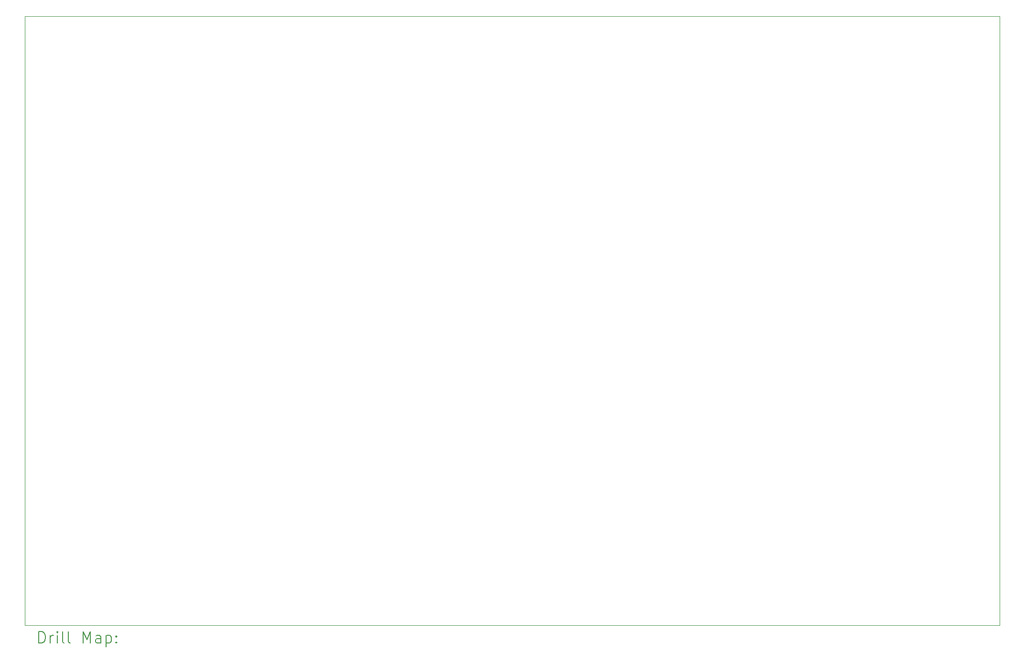
<source format=gbr>
%FSLAX45Y45*%
G04 Gerber Fmt 4.5, Leading zero omitted, Abs format (unit mm)*
G04 Created by KiCad (PCBNEW 6.0.5+dfsg-1~bpo11+1) date 2023-01-27 22:41:18*
%MOMM*%
%LPD*%
G01*
G04 APERTURE LIST*
%TA.AperFunction,Profile*%
%ADD10C,0.100000*%
%TD*%
%ADD11C,0.200000*%
G04 APERTURE END LIST*
D10*
X23482700Y-14808200D02*
X23482700Y-4013200D01*
X23482700Y-4013200D02*
X6210700Y-4013200D01*
X6210700Y-14808200D02*
X23482700Y-14808200D01*
X6210700Y-4013200D02*
X6210700Y-14808200D01*
D11*
X6463319Y-15123676D02*
X6463319Y-14923676D01*
X6510938Y-14923676D01*
X6539509Y-14933200D01*
X6558557Y-14952248D01*
X6568081Y-14971295D01*
X6577605Y-15009390D01*
X6577605Y-15037962D01*
X6568081Y-15076057D01*
X6558557Y-15095105D01*
X6539509Y-15114152D01*
X6510938Y-15123676D01*
X6463319Y-15123676D01*
X6663319Y-15123676D02*
X6663319Y-14990343D01*
X6663319Y-15028438D02*
X6672843Y-15009390D01*
X6682367Y-14999867D01*
X6701414Y-14990343D01*
X6720462Y-14990343D01*
X6787128Y-15123676D02*
X6787128Y-14990343D01*
X6787128Y-14923676D02*
X6777605Y-14933200D01*
X6787128Y-14942724D01*
X6796652Y-14933200D01*
X6787128Y-14923676D01*
X6787128Y-14942724D01*
X6910938Y-15123676D02*
X6891890Y-15114152D01*
X6882367Y-15095105D01*
X6882367Y-14923676D01*
X7015700Y-15123676D02*
X6996652Y-15114152D01*
X6987128Y-15095105D01*
X6987128Y-14923676D01*
X7244271Y-15123676D02*
X7244271Y-14923676D01*
X7310938Y-15066533D01*
X7377605Y-14923676D01*
X7377605Y-15123676D01*
X7558557Y-15123676D02*
X7558557Y-15018914D01*
X7549033Y-14999867D01*
X7529986Y-14990343D01*
X7491890Y-14990343D01*
X7472843Y-14999867D01*
X7558557Y-15114152D02*
X7539509Y-15123676D01*
X7491890Y-15123676D01*
X7472843Y-15114152D01*
X7463319Y-15095105D01*
X7463319Y-15076057D01*
X7472843Y-15057009D01*
X7491890Y-15047486D01*
X7539509Y-15047486D01*
X7558557Y-15037962D01*
X7653795Y-14990343D02*
X7653795Y-15190343D01*
X7653795Y-14999867D02*
X7672843Y-14990343D01*
X7710938Y-14990343D01*
X7729986Y-14999867D01*
X7739509Y-15009390D01*
X7749033Y-15028438D01*
X7749033Y-15085581D01*
X7739509Y-15104628D01*
X7729986Y-15114152D01*
X7710938Y-15123676D01*
X7672843Y-15123676D01*
X7653795Y-15114152D01*
X7834748Y-15104628D02*
X7844271Y-15114152D01*
X7834748Y-15123676D01*
X7825224Y-15114152D01*
X7834748Y-15104628D01*
X7834748Y-15123676D01*
X7834748Y-14999867D02*
X7844271Y-15009390D01*
X7834748Y-15018914D01*
X7825224Y-15009390D01*
X7834748Y-14999867D01*
X7834748Y-15018914D01*
M02*

</source>
